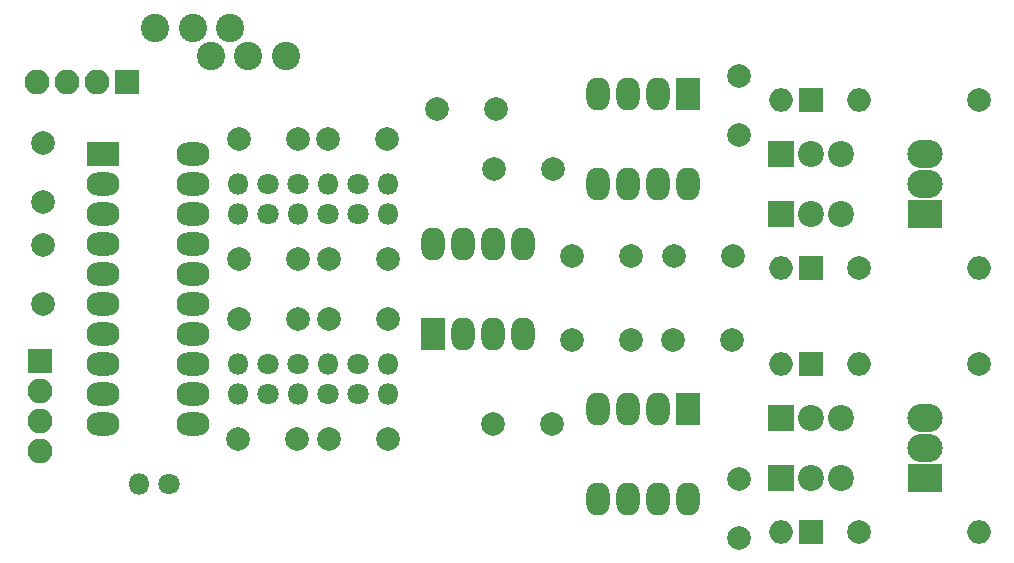
<source format=gbr>
G04 #@! TF.FileFunction,Soldermask,Bot*
%FSLAX46Y46*%
G04 Gerber Fmt 4.6, Leading zero omitted, Abs format (unit mm)*
G04 Created by KiCad (PCBNEW 4.0.7) date 03/30/18 11:02:30*
%MOMM*%
%LPD*%
G01*
G04 APERTURE LIST*
%ADD10C,0.100000*%
%ADD11C,2.398980*%
%ADD12R,2.000000X2.000000*%
%ADD13O,2.000000X2.000000*%
%ADD14C,1.800000*%
%ADD15O,1.800000X1.800000*%
%ADD16C,2.000000*%
%ADD17R,2.200000X2.200000*%
%ADD18C,2.200000*%
%ADD19R,2.100000X2.100000*%
%ADD20O,2.100000X2.100000*%
%ADD21R,3.000000X2.400000*%
%ADD22O,3.000000X2.400000*%
%ADD23R,2.000000X2.800000*%
%ADD24O,2.000000X2.800000*%
%ADD25R,2.800000X2.000000*%
%ADD26O,2.800000X2.000000*%
G04 APERTURE END LIST*
D10*
D11*
X134874000Y-78105000D03*
X131699000Y-78105000D03*
X128524000Y-78105000D03*
X130175000Y-75692000D03*
X127000000Y-75692000D03*
X123825000Y-75692000D03*
D12*
X179324000Y-118364000D03*
D13*
X176784000Y-118364000D03*
D12*
X179324000Y-81788000D03*
D13*
X176784000Y-81788000D03*
D14*
X138430000Y-106680000D03*
D15*
X135890000Y-106680000D03*
D16*
X152654000Y-82550000D03*
X147654000Y-82550000D03*
X114300000Y-99060000D03*
X114300000Y-94060000D03*
X114300000Y-90424000D03*
X114300000Y-85424000D03*
X135890000Y-85090000D03*
X130890000Y-85090000D03*
X135890000Y-100330000D03*
X130890000Y-100330000D03*
X135890000Y-95250000D03*
X130890000Y-95250000D03*
X135810000Y-110490000D03*
X130810000Y-110490000D03*
X138510000Y-95250000D03*
X143510000Y-95250000D03*
X143430000Y-85090000D03*
X138430000Y-85090000D03*
X138510000Y-110490000D03*
X143510000Y-110490000D03*
X143510000Y-100330000D03*
X138510000Y-100330000D03*
X152480000Y-87630000D03*
X157480000Y-87630000D03*
X152400000Y-109220000D03*
X157400000Y-109220000D03*
X164084000Y-94996000D03*
X159084000Y-94996000D03*
X164084000Y-102108000D03*
X159084000Y-102108000D03*
X167720000Y-94996000D03*
X172720000Y-94996000D03*
X173228000Y-84756000D03*
X173228000Y-79756000D03*
X173228000Y-113872000D03*
X173228000Y-118872000D03*
X167640000Y-102108000D03*
X172640000Y-102108000D03*
D12*
X179324000Y-104140000D03*
D13*
X176784000Y-104140000D03*
D12*
X179324000Y-96012000D03*
D13*
X176784000Y-96012000D03*
D17*
X176784000Y-91440000D03*
D18*
X179324000Y-91440000D03*
X181864000Y-91440000D03*
D17*
X176784000Y-86360000D03*
D18*
X179324000Y-86360000D03*
X181864000Y-86360000D03*
D17*
X176784000Y-113792000D03*
D18*
X179324000Y-113792000D03*
X181864000Y-113792000D03*
D17*
X176784000Y-108712000D03*
D18*
X179324000Y-108712000D03*
X181864000Y-108712000D03*
D19*
X114046000Y-103886000D03*
D20*
X114046000Y-106426000D03*
X114046000Y-108966000D03*
X114046000Y-111506000D03*
D19*
X121412000Y-80264000D03*
D20*
X118872000Y-80264000D03*
X116332000Y-80264000D03*
X113792000Y-80264000D03*
D21*
X188976000Y-91440000D03*
D22*
X188976000Y-88900000D03*
X188976000Y-86360000D03*
D21*
X188976000Y-113792000D03*
D22*
X188976000Y-111252000D03*
X188976000Y-108712000D03*
D14*
X124968000Y-114300000D03*
D15*
X122428000Y-114300000D03*
D14*
X133350000Y-91440000D03*
D15*
X130810000Y-91440000D03*
D14*
X133350000Y-88900000D03*
D15*
X130810000Y-88900000D03*
D14*
X133350000Y-106680000D03*
D15*
X130810000Y-106680000D03*
D14*
X133350000Y-104140000D03*
D15*
X130810000Y-104140000D03*
D14*
X138430000Y-91440000D03*
D15*
X135890000Y-91440000D03*
D14*
X135890000Y-88900000D03*
D15*
X138430000Y-88900000D03*
D14*
X135890000Y-104140000D03*
D15*
X138430000Y-104140000D03*
D14*
X140970000Y-91440000D03*
D15*
X143510000Y-91440000D03*
D14*
X140970000Y-88900000D03*
D15*
X143510000Y-88900000D03*
D14*
X140970000Y-106680000D03*
D15*
X143510000Y-106680000D03*
D14*
X140970000Y-104140000D03*
D15*
X143510000Y-104140000D03*
D16*
X183388000Y-96012000D03*
D13*
X193548000Y-96012000D03*
D16*
X193548000Y-81788000D03*
D13*
X183388000Y-81788000D03*
D16*
X183388000Y-118364000D03*
D13*
X193548000Y-118364000D03*
D16*
X193548000Y-104140000D03*
D13*
X183388000Y-104140000D03*
D23*
X147320000Y-101600000D03*
D24*
X154940000Y-93980000D03*
X149860000Y-101600000D03*
X152400000Y-93980000D03*
X152400000Y-101600000D03*
X149860000Y-93980000D03*
X154940000Y-101600000D03*
X147320000Y-93980000D03*
D25*
X119380000Y-86360000D03*
D26*
X127000000Y-109220000D03*
X119380000Y-88900000D03*
X127000000Y-106680000D03*
X119380000Y-91440000D03*
X127000000Y-104140000D03*
X119380000Y-93980000D03*
X127000000Y-101600000D03*
X119380000Y-96520000D03*
X127000000Y-99060000D03*
X119380000Y-99060000D03*
X127000000Y-96520000D03*
X119380000Y-101600000D03*
X127000000Y-93980000D03*
X119380000Y-104140000D03*
X127000000Y-91440000D03*
X119380000Y-106680000D03*
X127000000Y-88900000D03*
X119380000Y-109220000D03*
X127000000Y-86360000D03*
D23*
X168910000Y-81280000D03*
D24*
X161290000Y-88900000D03*
X166370000Y-81280000D03*
X163830000Y-88900000D03*
X163830000Y-81280000D03*
X166370000Y-88900000D03*
X161290000Y-81280000D03*
X168910000Y-88900000D03*
D23*
X168910000Y-107950000D03*
D24*
X161290000Y-115570000D03*
X166370000Y-107950000D03*
X163830000Y-115570000D03*
X163830000Y-107950000D03*
X166370000Y-115570000D03*
X161290000Y-107950000D03*
X168910000Y-115570000D03*
M02*

</source>
